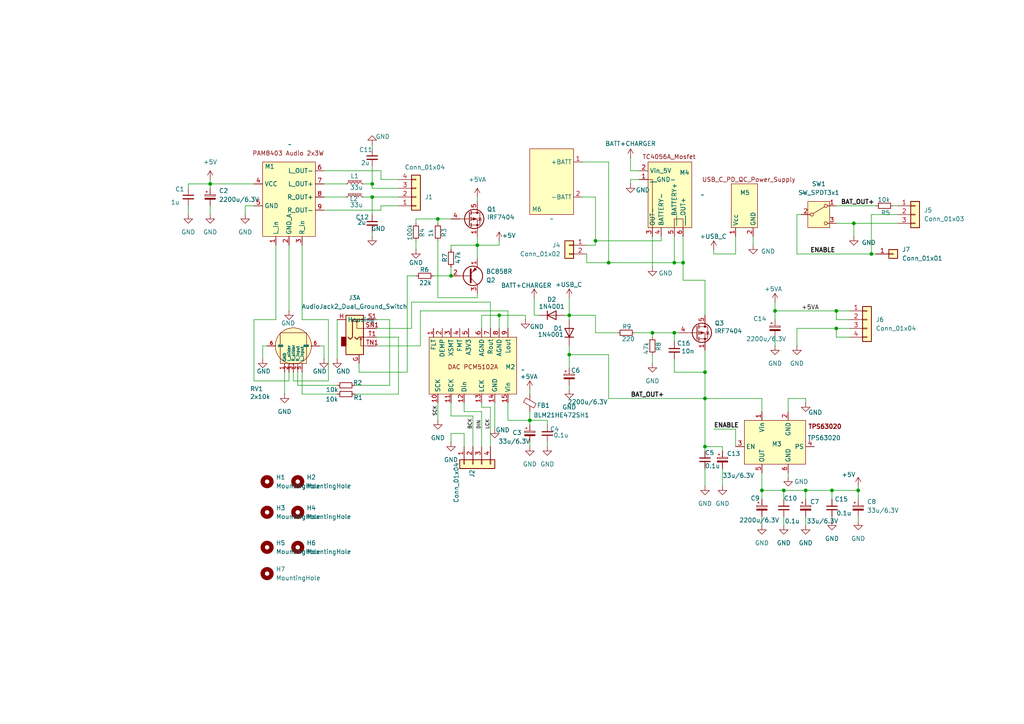
<source format=kicad_sch>
(kicad_sch (version 20250114) (generator "eeschema") (generator_version "9.0")
  (paper "A4")
  (lib_symbols
    (symbol "Connector_Generic:Conn_01x01" (pin_names (offset 1.016) (hide yes))
      (property "Reference" "J" (at 0 2.54 0))
      (property "Value" "Conn_01x01" (at 0 -2.54 0))
      (symbol "Conn_01x01_1_1"
        (pin passive line (at -5.08 0 0) (length 3.81) (name "Pin_1") (number "1"))
      )
    )
    (symbol "Connector_Generic:Conn_01x02" (pin_names (offset 1.016) (hide yes))
      (property "Reference" "J" (at 0 2.54 0))
      (property "Value" "Conn_01x02" (at 0 -5.08 0))
      (symbol "Conn_01x02_1_1"
        (pin passive line (at -5.08 0 0) (length 3.81) (name "Pin_1") (number "1"))
        (pin passive line (at -5.08 -2.54 0) (length 3.81) (name "Pin_2") (number "2"))
      )
    )
    (symbol "Connector_Generic:Conn_01x03" (pin_names (offset 1.016) (hide yes))
      (property "Reference" "J" (at 0 5.08 0))
      (property "Value" "Conn_01x03" (at 0 -5.08 0))
      (symbol "Conn_01x03_1_1"
        (pin passive line (at -5.08 2.54 0) (length 3.81) (name "Pin_1") (number "1"))
        (pin passive line (at -5.08 0 0) (length 3.81) (name "Pin_2") (number "2"))
        (pin passive line (at -5.08 -2.54 0) (length 3.81) (name "Pin_3") (number "3"))
      )
    )
    (symbol "Connector_Generic:Conn_01x04" (pin_names (offset 1.016) (hide yes))
      (property "Reference" "J" (at 0 5.08 0))
      (property "Value" "Conn_01x04" (at 0 -7.62 0))
      (symbol "Conn_01x04_1_1"
        (pin passive line (at -5.08 2.54 0) (length 3.81) (name "Pin_1") (number "1"))
        (pin passive line (at -5.08 0 0) (length 3.81) (name "Pin_2") (number "2"))
        (pin passive line (at -5.08 -2.54 0) (length 3.81) (name "Pin_3") (number "3"))
        (pin passive line (at -5.08 -5.08 0) (length 3.81) (name "Pin_4") (number "4"))
      )
    )
    (symbol "Device:C_Polarized_Small" (pin_numbers (hide yes)) (pin_names (offset 0.254) (hide yes))
      (property "Reference" "C" (at 0.254 1.778 0))
      (property "Value" "C_Polarized_Small" (at 0.254 -2.032 0))
      (symbol "C_Polarized_Small_1_1"
        (pin passive line (at 0 2.54 270) (length 1.8542) (name "~") (number "1"))
        (pin passive line (at 0 -2.54 90) (length 1.8542) (name "~") (number "2"))
      )
    )
    (symbol "Device:C_Small" (pin_numbers (hide yes)) (pin_names (offset 0.254) (hide yes))
      (property "Reference" "C" (at 0.254 1.778 0))
      (property "Value" "C_Small" (at 0.254 -2.032 0))
      (symbol "C_Small_1_1"
        (pin passive line (at 0 2.54 270) (length 2.032) (name "~") (number "1"))
        (pin passive line (at 0 -2.54 90) (length 2.032) (name "~") (number "2"))
      )
    )
    (symbol "Device:FerriteBead_Small" (pin_numbers (hide yes)) (pin_names (offset 0))
      (property "Reference" "FB" (at 1.905 1.27 0))
      (property "Value" "FerriteBead_Small" (at 1.905 -1.27 0))
      (symbol "FerriteBead_Small_1_1"
        (pin passive line (at 0 2.54 270) (length 1.27) (name "~") (number "1"))
        (pin passive line (at 0 -2.54 90) (length 1.27) (name "~") (number "2"))
      )
    )
    (symbol "Device:L_Ferrite_Small" (pin_numbers (hide yes)) (pin_names (offset 0.254) (hide yes))
      (property "Reference" "L" (at 1.27 1.016 0))
      (property "Value" "L_Ferrite_Small" (at 1.27 -1.27 0))
      (symbol "L_Ferrite_Small_1_1"
        (pin passive line (at 0 2.54 270) (length 0.508) (name "~") (number "1"))
        (pin passive line (at 0 -2.54 90) (length 0.508) (name "~") (number "2"))
      )
    )
    (symbol "Device:R_Small" (pin_numbers (hide yes)) (pin_names (offset 0.254) (hide yes))
      (property "Reference" "R" (at 0 0 90))
      (property "Value" "R_Small" (at 1.778 0 90))
      (symbol "R_Small_1_1"
        (pin passive line (at 0 2.54 270) (length 0.762) (name "~") (number "1"))
        (pin passive line (at 0 -2.54 90) (length 0.762) (name "~") (number "2"))
      )
    )
    (symbol "Diode:1N4001" (pin_numbers (hide yes)) (pin_names (hide yes))
      (property "Reference" "D" (at 0 2.54 0))
      (property "Value" "1N4001" (at 0 -2.54 0))
      (symbol "1N4001_1_1"
        (pin passive line (at -3.81 0 0) (length 2.54) (name "K") (number "1"))
        (pin passive line (at 3.81 0 180) (length 2.54) (name "A") (number "2"))
      )
    )
    (symbol "Gniazdo_Jack_3_5mm:AudioJack2_Dual_Ground_Switch"
      (property "Reference" "J" (at 0 11.43 0))
      (property "Value" "AudioJack2_Dual_Ground_Switch" (at 0 8.89 0))
      (symbol "AudioJack2_Dual_Ground_Switch_1_1"
        (pin passive line (at -6.35 5.08 0) (length 2.54) (name "Housing") (number "H"))
        (pin passive line (at 0 -7.62 90) (length 2.54) (name "~") (number "G"))
        (pin passive line (at 5.08 5.08 180) (length 2.54) (name "~") (number "S1"))
        (pin passive line (at 5.08 2.54 180) (length 2.54) (name "~") (number "SN1"))
        (pin passive line (at 5.08 0 180) (length 2.54) (name "~") (number "T1"))
        (pin passive line (at 5.08 -2.54 180) (length 2.54) (name "~") (number "TN1"))
      )
      (symbol "AudioJack2_Dual_Ground_Switch_2_1"
        (pin passive line (at -6.35 5.08 0) (length 2.54) (name "Housing") (number "6-UB"))
        (pin passive line (at 5.08 5.08 180) (length 2.54) (name "~") (number "S2"))
        (pin passive line (at 5.08 2.54 180) (length 2.54) (name "~") (number "SN2"))
        (pin passive line (at 5.08 0 180) (length 2.54) (name "~") (number "T2"))
        (pin passive line (at 5.08 -2.54 180) (length 2.54) (name "~") (number "TN2"))
      )
    )
    (symbol "Mechanical:MountingHole" (pin_names (offset 1.016)) (in_bom no)
      (property "Reference" "H" (at 0 5.08 0))
      (property "Value" "MountingHole" (at 0 3.175 0))
    )
    (symbol "Moduły:DAC_PCM5102"
      (property "Reference" "M2" (at 9.144 -1.778 0))
      (property "Value" "PCM_5102_DAC" (at 10.16 -3.048 0))
      (symbol "DAC_PCM5102_1_1"
        (text "DAC PCM5102A" (at 0 -3.556 0) (effects (font (size 1.27 1.27))))
        (pin input line (at -11.43 7.62 270) (length 2.54) (name "FLT") (number "1"))
        (pin input line (at -10.16 -13.97 90) (length 2.54) (name "SCK") (number "10"))
        (pin input line (at -8.89 7.62 270) (length 2.54) (name "DEMP") (number "2"))
        (pin input line (at -6.35 7.62 270) (length 2.54) (name "XSMT") (number "3"))
        (pin input line (at -6.35 -13.97 90) (length 2.54) (name "BCK") (number "11"))
        (pin input line (at -3.81 7.62 270) (length 2.54) (name "FMT") (number "4"))
        (pin input line (at -2.54 -13.97 90) (length 2.54) (name "Din") (number "12"))
        (pin power_out line (at -1.27 7.62 270) (length 2.54) (name "A3V3") (number "5"))
        (pin power_out line (at 2.54 7.62 270) (length 2.54) (name "AGND") (number "6"))
        (pin input line (at 2.54 -13.97 90) (length 2.54) (name "LCK") (number "13"))
        (pin output line (at 5.08 7.62 270) (length 2.54) (name "Rout") (number "7"))
        (pin power_in line (at 6.35 -13.97 90) (length 2.54) (name "GND") (number "14"))
        (pin power_out line (at 7.62 7.62 270) (length 2.54) (name "AGND") (number "8"))
        (pin output line (at 10.16 7.62 270) (length 2.54) (name "Lout") (number "9"))
        (pin power_in line (at 10.16 -13.97 90) (length 2.54) (name "Vin") (number "15"))
      )
    )
    (symbol "Moduły:PAM8403_Audio_2x3W_"
      (property "Reference" "M1" (at -3.302 8.382 0))
      (property "Value" "PAM8403" (at -3.302 7.366 0))
      (symbol "PAM8403_Audio_2x3W__1_1"
        (text "PAM8403 Audio 2x3W " (at 0.254 12.7 0) (effects (font (size 1.27 1.27))))
        (text_box "" (at -7.62 10.16 0) (size 15.24 -21.59) (margins 1.016 1.016 1.016 1.016) (fill (type background)) (effects (font (size 1.27 1.27)) (justify left top)))
        (pin power_in line (at -10.16 3.81 0) (length 2.54) (name "VCC") (number "4"))
        (pin power_in line (at -10.16 -2.54 0) (length 2.54) (name "GND") (number "5"))
        (pin input line (at -3.81 -13.97 90) (length 2.54) (name "L_in") (number "1"))
        (pin input line (at 0 -13.97 90) (length 2.54) (name "GND_A") (number "2"))
        (pin input line (at 3.81 -13.97 90) (length 2.54) (name "R_in") (number "3"))
        (pin output line (at 10.16 7.62 180) (length 2.54) (name "L_OUT-") (number "6"))
        (pin output line (at 10.16 3.81 180) (length 2.54) (name "L_OUT+") (number "7"))
        (pin output line (at 10.16 0 180) (length 2.54) (name "R_OUT+") (number "8"))
        (pin output line (at 10.16 -3.81 180) (length 2.54) (name "R_OUT-") (number "9"))
      )
    )
    (symbol "Moduły:TC4056A_MosFET"
      (property "Reference" "M5" (at 2.794 12.446 0))
      (property "Value" "TC4056A" (at 3.81 10.922 0))
      (symbol "TC4056A_MosFET_1_1"
        (text "TC4056A_Mosfet" (at -0.254 15.494 0) (effects (font (size 1.27 1.27))))
        (pin power_in line (at -8.89 11.43 0) (length 2.54) (name "Vin_5V") (number "2"))
        (pin power_in line (at -8.89 8.89 0) (length 2.54) (name "__GND-") (number "1"))
        (pin power_in line (at -5.08 -7.62 90) (length 2.54) (name "OUT-") (number "3"))
        (pin power_in line (at -2.54 -7.62 90) (length 2.54) (name "BATTERY-") (number "4"))
        (pin power_out line (at 1.27 -7.62 90) (length 2.54) (name "___BATTERY+") (number "5"))
        (pin power_out line (at 3.81 -7.62 90) (length 2.54) (name "___OUT+") (number "6"))
      )
    )
    (symbol "Moduły:USB_C_PS"
      (property "Reference" "M" (at -1.524 3.302 0))
      (property "Value" "~" (at -0.508 1.27 0))
      (symbol "USB_C_PS_1_1"
        (text "USB_C_PD_QC_Power_Supply" (at 1.27 7.62 0) (effects (font (size 1.27 1.27))))
        (pin power_out line (at -2.54 -8.89 90) (length 2.54) (name "Vcc") (number "1"))
        (pin power_out line (at 2.54 -8.89 90) (length 2.54) (name "GND") (number "2"))
      )
    )
    (symbol "Moduły:Wskaznik_LED_1S_Lipo"
      (property "Reference" "M" (at 0 -0.254 0))
      (symbol "Wskaznik_LED_1S_Lipo_1_1"
        (pin power_in line (at -8.89 5.08 0) (length 2.54) (name "+BATT") (number "1"))
        (pin power_in line (at -8.89 -5.08 0) (length 2.54) (name "-BATT") (number "2"))
      )
    )
    (symbol "Moduły:tps63020_moduł"
      (property "Reference" "M" (at 0 0 0))
      (property "Value" "TPS63020" (at 0 0 0))
      (symbol "tps63020_moduł_1_1"
        (text "TPS63020" (at 14.478 4.572 0) (effects (font (size 1.27 1.27) (thickness 0.254) (bold yes))))
        (pin input line (at -11.43 -1.27 0) (length 2.54) (name "EN") (number "3"))
        (pin power_in line (at -3.81 8.89 270) (length 2.54) (name "Vin") (number "1"))
        (pin power_out line (at -3.81 -8.89 90) (length 2.54) (name "OUT") (number "5"))
        (pin power_in line (at 3.81 8.89 270) (length 2.54) (name "GND") (number "2"))
        (pin power_out line (at 3.81 -8.89 90) (length 2.54) (name "GND") (number "6"))
        (pin input line (at 11.43 -1.27 180) (length 2.54) (name "PS") (number "4"))
      )
    )
    (symbol "Potencjomretry_THT:Potencjometr_podwójny_thumblewheel"
      (property "Reference" "RV" (at 0 2.54 0))
      (symbol "Potencjometr_podwójny_thumblewheel_1_1"
        (pin input line (at -7.62 0 0) (length 2.54) (name "GND") (number "6"))
        (pin input line (at -2.54 -7.62 90) (length 2.54) (name "GND") (number "1"))
        (pin input line (at -1.27 -7.62 90) (length 2.54) (name "L_slider") (number "2"))
        (pin input line (at 0 -7.62 90) (length 2.54) (name "R_slider") (number "3"))
        (pin input line (at 1.27 -7.62 90) (length 2.54) (name "R_input") (number "4"))
        (pin input line (at 2.54 -7.62 90) (length 2.54) (name "L_input") (number "5"))
        (pin input line (at 7.62 0 180) (length 2.54) (name "GND") (number "6"))
      )
    )
    (symbol "Switch:SW_SPDT" (pin_names (offset 0) (hide yes))
      (property "Reference" "SW" (at 0 5.08 0))
      (property "Value" "SW_SPDT" (at 0 -5.08 0))
      (symbol "SW_SPDT_1_1"
        (pin passive line (at -5.08 0 0) (length 2.54) (name "B") (number "2"))
        (pin passive line (at 5.08 2.54 180) (length 2.54) (name "A") (number "1"))
        (pin passive line (at 5.08 -2.54 180) (length 2.54) (name "C") (number "3"))
      )
    )
    (symbol "Transistor_FET:IRF7404" (pin_names (hide yes))
      (property "Reference" "Q" (at 5.08 1.905 0))
      (property "Value" "IRF7404" (at 5.08 0 0))
      (symbol "IRF7404_1_1"
        (pin passive line (at -5.08 0 0) (length 2.54) (name "G") (number "4"))
        (pin passive line (at 2.54 5.08 270) (length 2.54) (name "D") (number "5"))
        (pin passive line (at 2.54 5.08 270) (length 2.54) (hide yes) (name "D") (number "6"))
        (pin passive line (at 2.54 5.08 270) (length 2.54) (hide yes) (name "D") (number "7"))
        (pin passive line (at 2.54 5.08 270) (length 2.54) (hide yes) (name "D") (number "8"))
        (pin passive line (at 2.54 -5.08 90) (length 2.54) (name "S") (number "1"))
        (pin passive line (at 2.54 -5.08 90) (length 2.54) (hide yes) (name "S") (number "2"))
        (pin passive line (at 2.54 -5.08 90) (length 2.54) (hide yes) (name "S") (number "3"))
      )
    )
    (symbol "Tranzysory_BJT:BC858R" (pin_names (offset 0) (hide yes))
      (property "Reference" "Q" (at 5.08 1.27 0))
      (property "Value" "BC858R" (at 5.08 -1.27 0))
      (symbol "BC858R_1_1"
        (pin input line (at -5.08 0 0) (length 2.54) (name "B") (number "2"))
        (pin passive line (at 2.54 5.08 270) (length 2.54) (name "C") (number "3"))
        (pin passive line (at 2.54 -5.08 90) (length 2.54) (name "E") (number "1"))
      )
    )
    (symbol "power:+5V" (power) (pin_numbers (hide yes)) (pin_names (offset 0) (hide yes))
      (property "Value" "+5V" (at 0 3.556 0))
      (symbol "+5V_1_1"
        (pin power_in line (at 0 0 90) (length 0) (name "~") (number "1"))
      )
    )
    (symbol "power:+5VA" (power) (pin_numbers (hide yes)) (pin_names (offset 0) (hide yes))
      (property "Value" "+5VA" (at 0 3.556 0))
      (symbol "+5VA_1_1"
        (pin power_in line (at 0 0 90) (length 0) (name "~") (number "1"))
      )
    )
    (symbol "power:+7.5V" (power) (pin_numbers (hide yes)) (pin_names (offset 0) (hide yes))
      (property "Value" "+7.5V" (at 0 3.556 0))
      (symbol "+7.5V_1_1"
        (pin power_in line (at 0 0 90) (length 0) (name "~") (number "1"))
      )
    )
    (symbol "power:GND" (power) (pin_numbers (hide yes)) (pin_names (offset 0) (hide yes))
      (property "Value" "GND" (at 0 -3.81 0))
      (symbol "GND_1_1"
        (pin power_in line (at 0 0 270) (length 0) (name "~") (number "1"))
      )
    )
  )
  (junction (at 252.73 73.66))
  (junction (at 227.33 142.24))
  (junction (at 247.65 64.77))
  (junction (at 107.95 57.15))
  (junction (at 204.47 129.54))
  (junction (at 224.79 90.17))
  (junction (at 153.67 121.92))
  (junction (at 172.72 69.85))
  (junction (at 195.58 96.52))
  (junction (at 60.96 53.34))
  (junction (at 220.98 142.24))
  (junction (at 204.47 107.95))
  (junction (at 233.68 142.24))
  (junction (at 242.57 90.17))
  (junction (at 189.23 96.52))
  (junction (at 248.92 142.24))
  (junction (at 204.47 115.57))
  (junction (at 127 63.5))
  (junction (at 195.58 76.2))
  (junction (at 241.3 142.24))
  (junction (at 107.95 53.34))
  (junction (at 176.53 76.2))
  (junction (at 165.1 91.44))
  (junction (at 144.78 91.44))
  (junction (at 165.1 102.87))
  (junction (at 198.12 76.2))
  (junction (at 130.81 80.01))
  (junction (at 138.43 71.12))
  (junction (at 242.57 95.25))
  (wire (pts (xy 119.38 87.63) (xy 119.38 95.25)))
  (wire (pts (xy 233.68 149.86) (xy 233.68 152.4)))
  (wire (pts (xy 115.57 114.3) (xy 115.57 97.79)))
  (wire (pts (xy 153.67 121.92) (xy 153.67 123.19)))
  (wire (pts (xy 134.62 119.38) (xy 139.7 119.38)))
  (wire (pts (xy 213.36 68.58) (xy 213.36 73.66)))
  (wire (pts (xy 130.81 72.39) (xy 130.81 71.12)))
  (wire (pts (xy 83.82 71.12) (xy 83.82 90.17)))
  (wire (pts (xy 134.62 125.73) (xy 130.81 125.73)))
  (wire (pts (xy 176.53 102.87) (xy 165.1 102.87)))
  (wire (pts (xy 87.63 114.3) (xy 87.63 107.95)))
  (wire (pts (xy 137.16 120.65) (xy 137.16 129.54)))
  (wire (pts (xy 153.67 113.03) (xy 153.67 114.3)))
  (wire (pts (xy 95.25 92.71) (xy 95.25 110.49)))
  (wire (pts (xy 172.72 96.52) (xy 172.72 91.44)))
  (wire (pts (xy 153.67 119.38) (xy 153.67 121.92)))
  (wire (pts (xy 231.14 62.23) (xy 232.41 62.23)))
  (wire (pts (xy 231.14 95.25) (xy 231.14 100.33)))
  (wire (pts (xy 105.41 53.34) (xy 107.95 53.34)))
  (wire (pts (xy 107.95 57.15) (xy 115.57 57.15)))
  (wire (pts (xy 144.78 71.12) (xy 138.43 71.12)))
  (wire (pts (xy 198.12 76.2) (xy 198.12 81.28)))
  (wire (pts (xy 195.58 107.95) (xy 204.47 107.95)))
  (wire (pts (xy 139.7 95.25) (xy 139.7 91.44)))
  (wire (pts (xy 176.53 46.99) (xy 176.53 76.2)))
  (wire (pts (xy 191.77 69.85) (xy 191.77 68.58)))
  (wire (pts (xy 260.35 62.23) (xy 252.73 62.23)))
  (wire (pts (xy 246.38 92.71) (xy 242.57 92.71)))
  (wire (pts (xy 86.36 111.76) (xy 86.36 107.95)))
  (wire (pts (xy 182.88 49.53) (xy 182.88 45.72)))
  (wire (pts (xy 76.2 100.33) (xy 76.2 104.14)))
  (wire (pts (xy 204.47 81.28) (xy 204.47 91.44)))
  (wire (pts (xy 127 63.5) (xy 127 64.77)))
  (wire (pts (xy 207.01 124.46) (xy 213.36 124.46)))
  (wire (pts (xy 54.61 53.34) (xy 60.96 53.34)))
  (wire (pts (xy 109.22 100.33) (xy 121.92 100.33)))
  (wire (pts (xy 82.55 107.95) (xy 82.55 114.3)))
  (wire (pts (xy 204.47 101.6) (xy 204.47 107.95)))
  (wire (pts (xy 119.38 87.63) (xy 142.24 87.63)))
  (wire (pts (xy 233.68 115.57) (xy 233.68 116.84)))
  (wire (pts (xy 204.47 107.95) (xy 204.47 115.57)))
  (wire (pts (xy 139.7 91.44) (xy 144.78 91.44)))
  (wire (pts (xy 147.32 121.92) (xy 147.32 116.84)))
  (wire (pts (xy 198.12 68.58) (xy 198.12 76.2)))
  (wire (pts (xy 92.71 100.33) (xy 93.98 100.33)))
  (wire (pts (xy 97.79 92.71) (xy 97.79 104.14)))
  (wire (pts (xy 204.47 130.81) (xy 204.47 129.54)))
  (wire (pts (xy 60.96 53.34) (xy 73.66 53.34)))
  (wire (pts (xy 242.57 97.79) (xy 242.57 95.25)))
  (wire (pts (xy 182.88 49.53) (xy 185.42 49.53)))
  (wire (pts (xy 93.98 49.53) (xy 110.49 49.53)))
  (wire (pts (xy 176.53 115.57) (xy 176.53 102.87)))
  (wire (pts (xy 85.09 110.49) (xy 95.25 110.49)))
  (wire (pts (xy 121.92 90.17) (xy 147.32 90.17)))
  (wire (pts (xy 195.58 76.2) (xy 198.12 76.2)))
  (wire (pts (xy 86.36 111.76) (xy 97.79 111.76)))
  (wire (pts (xy 252.73 62.23) (xy 252.73 73.66)))
  (wire (pts (xy 118.11 80.01) (xy 118.11 107.95)))
  (wire (pts (xy 207.01 73.66) (xy 213.36 73.66)))
  (wire (pts (xy 233.68 142.24) (xy 241.3 142.24)))
  (wire (pts (xy 130.81 63.5) (xy 127 63.5)))
  (wire (pts (xy 138.43 86.36) (xy 127 86.36)))
  (wire (pts (xy 227.33 149.86) (xy 227.33 152.4)))
  (wire (pts (xy 110.49 49.53) (xy 110.49 52.07)))
  (wire (pts (xy 248.92 149.86) (xy 248.92 151.13)))
  (wire (pts (xy 228.6 119.38) (xy 228.6 115.57)))
  (wire (pts (xy 87.63 92.71) (xy 95.25 92.71)))
  (wire (pts (xy 224.79 87.63) (xy 224.79 90.17)))
  (wire (pts (xy 153.67 121.92) (xy 147.32 121.92)))
  (wire (pts (xy 247.65 64.77) (xy 260.35 64.77)))
  (wire (pts (xy 252.73 73.66) (xy 254 73.66)))
  (wire (pts (xy 172.72 57.15) (xy 172.72 69.85)))
  (wire (pts (xy 109.22 97.79) (xy 115.57 97.79)))
  (wire (pts (xy 158.75 121.92) (xy 158.75 123.19)))
  (wire (pts (xy 179.07 96.52) (xy 172.72 96.52)))
  (wire (pts (xy 144.78 91.44) (xy 152.4 91.44)))
  (wire (pts (xy 227.33 142.24) (xy 227.33 144.78)))
  (wire (pts (xy 93.98 57.15) (xy 100.33 57.15)))
  (wire (pts (xy 60.96 59.69) (xy 60.96 62.23)))
  (wire (pts (xy 113.03 92.71) (xy 113.03 111.76)))
  (wire (pts (xy 139.7 119.38) (xy 139.7 129.54)))
  (wire (pts (xy 107.95 54.61) (xy 115.57 54.61)))
  (wire (pts (xy 195.58 104.14) (xy 195.58 107.95)))
  (wire (pts (xy 93.98 100.33) (xy 93.98 104.14)))
  (wire (pts (xy 144.78 95.25) (xy 144.78 91.44)))
  (wire (pts (xy 85.09 107.95) (xy 85.09 110.49)))
  (wire (pts (xy 233.68 142.24) (xy 233.68 144.78)))
  (wire (pts (xy 163.83 91.44) (xy 165.1 91.44)))
  (wire (pts (xy 224.79 100.33) (xy 224.79 97.79)))
  (wire (pts (xy 241.3 144.78) (xy 241.3 142.24)))
  (wire (pts (xy 130.81 120.65) (xy 137.16 120.65)))
  (wire (pts (xy 176.53 76.2) (xy 195.58 76.2)))
  (wire (pts (xy 182.88 52.07) (xy 182.88 53.34)))
  (wire (pts (xy 109.22 92.71) (xy 113.03 92.71)))
  (wire (pts (xy 231.14 95.25) (xy 242.57 95.25)))
  (wire (pts (xy 246.38 97.79) (xy 242.57 97.79)))
  (wire (pts (xy 110.49 60.96) (xy 110.49 59.69)))
  (wire (pts (xy 242.57 90.17) (xy 246.38 90.17)))
  (wire (pts (xy 204.47 115.57) (xy 204.47 129.54)))
  (wire (pts (xy 104.14 107.95) (xy 104.14 105.41)))
  (wire (pts (xy 130.81 116.84) (xy 130.81 120.65)))
  (wire (pts (xy 127 69.85) (xy 127 86.36)))
  (wire (pts (xy 93.98 53.34) (xy 100.33 53.34)))
  (wire (pts (xy 168.91 46.99) (xy 176.53 46.99)))
  (wire (pts (xy 204.47 135.89) (xy 204.47 140.97)))
  (wire (pts (xy 105.41 57.15) (xy 107.95 57.15)))
  (wire (pts (xy 228.6 115.57) (xy 233.68 115.57)))
  (wire (pts (xy 189.23 68.58) (xy 189.23 77.47)))
  (wire (pts (xy 73.66 92.71) (xy 80.01 92.71)))
  (wire (pts (xy 118.11 107.95) (xy 104.14 107.95)))
  (wire (pts (xy 120.65 80.01) (xy 118.11 80.01)))
  (wire (pts (xy 231.14 73.66) (xy 252.73 73.66)))
  (wire (pts (xy 165.1 100.33) (xy 165.1 102.87)))
  (wire (pts (xy 152.4 91.44) (xy 152.4 92.71)))
  (wire (pts (xy 120.65 63.5) (xy 127 63.5)))
  (wire (pts (xy 209.55 130.81) (xy 209.55 129.54)))
  (wire (pts (xy 60.96 52.07) (xy 60.96 53.34)))
  (wire (pts (xy 138.43 57.15) (xy 138.43 58.42)))
  (wire (pts (xy 204.47 115.57) (xy 220.98 115.57)))
  (wire (pts (xy 110.49 59.69) (xy 115.57 59.69)))
  (wire (pts (xy 170.18 76.2) (xy 170.18 73.66)))
  (wire (pts (xy 170.18 76.2) (xy 176.53 76.2)))
  (wire (pts (xy 242.57 95.25) (xy 246.38 95.25)))
  (wire (pts (xy 247.65 64.77) (xy 242.57 64.77)))
  (wire (pts (xy 138.43 71.12) (xy 138.43 68.58)))
  (wire (pts (xy 165.1 86.36) (xy 165.1 91.44)))
  (wire (pts (xy 242.57 92.71) (xy 242.57 90.17)))
  (wire (pts (xy 87.63 114.3) (xy 97.79 114.3)))
  (wire (pts (xy 242.57 59.69) (xy 254 59.69)))
  (wire (pts (xy 220.98 119.38) (xy 220.98 115.57)))
  (wire (pts (xy 54.61 54.61) (xy 54.61 53.34)))
  (wire (pts (xy 259.08 59.69) (xy 260.35 59.69)))
  (wire (pts (xy 220.98 149.86) (xy 220.98 152.4)))
  (wire (pts (xy 209.55 135.89) (xy 209.55 140.97)))
  (wire (pts (xy 144.78 69.85) (xy 144.78 71.12)))
  (wire (pts (xy 227.33 142.24) (xy 233.68 142.24)))
  (wire (pts (xy 143.51 116.84) (xy 143.51 124.46)))
  (wire (pts (xy 142.24 87.63) (xy 142.24 95.25)))
  (wire (pts (xy 130.81 77.47) (xy 130.81 80.01)))
  (wire (pts (xy 147.32 90.17) (xy 147.32 95.25)))
  (wire (pts (xy 107.95 57.15) (xy 107.95 62.23)))
  (wire (pts (xy 241.3 149.86) (xy 241.3 151.13)))
  (wire (pts (xy 107.95 53.34) (xy 107.95 54.61)))
  (wire (pts (xy 220.98 142.24) (xy 227.33 142.24)))
  (wire (pts (xy 107.95 48.26) (xy 107.95 53.34)))
  (wire (pts (xy 158.75 121.92) (xy 153.67 121.92)))
  (wire (pts (xy 154.94 91.44) (xy 156.21 91.44)))
  (wire (pts (xy 130.81 71.12) (xy 138.43 71.12)))
  (wire (pts (xy 220.98 142.24) (xy 220.98 144.78)))
  (wire (pts (xy 121.92 100.33) (xy 121.92 90.17)))
  (wire (pts (xy 83.82 110.49) (xy 73.66 110.49)))
  (wire (pts (xy 189.23 96.52) (xy 189.23 97.79)))
  (wire (pts (xy 154.94 86.36) (xy 154.94 91.44)))
  (wire (pts (xy 138.43 85.09) (xy 138.43 86.36)))
  (wire (pts (xy 168.91 57.15) (xy 172.72 57.15)))
  (wire (pts (xy 165.1 102.87) (xy 165.1 106.68)))
  (wire (pts (xy 134.62 119.38) (xy 134.62 116.84)))
  (wire (pts (xy 224.79 90.17) (xy 242.57 90.17)))
  (wire (pts (xy 184.15 96.52) (xy 189.23 96.52)))
  (wire (pts (xy 158.75 128.27) (xy 158.75 129.54)))
  (wire (pts (xy 102.87 111.76) (xy 113.03 111.76)))
  (wire (pts (xy 176.53 115.57) (xy 204.47 115.57)))
  (wire (pts (xy 120.65 69.85) (xy 120.65 72.39)))
  (wire (pts (xy 213.36 129.54) (xy 213.36 124.46)))
  (wire (pts (xy 207.01 72.39) (xy 207.01 73.66)))
  (wire (pts (xy 172.72 69.85) (xy 191.77 69.85)))
  (wire (pts (xy 87.63 71.12) (xy 87.63 92.71)))
  (wire (pts (xy 71.12 59.69) (xy 71.12 62.23)))
  (wire (pts (xy 172.72 91.44) (xy 165.1 91.44)))
  (wire (pts (xy 224.79 90.17) (xy 224.79 92.71)))
  (wire (pts (xy 220.98 137.16) (xy 220.98 142.24)))
  (wire (pts (xy 109.22 95.25) (xy 119.38 95.25)))
  (wire (pts (xy 209.55 129.54) (xy 204.47 129.54)))
  (wire (pts (xy 218.44 68.58) (xy 218.44 71.12)))
  (wire (pts (xy 125.73 80.01) (xy 130.81 80.01)))
  (wire (pts (xy 142.24 118.11) (xy 142.24 129.54)))
  (wire (pts (xy 170.18 71.12) (xy 172.72 71.12)))
  (wire (pts (xy 102.87 114.3) (xy 115.57 114.3)))
  (wire (pts (xy 195.58 96.52) (xy 196.85 96.52)))
  (wire (pts (xy 139.7 116.84) (xy 139.7 118.11)))
  (wire (pts (xy 195.58 76.2) (xy 195.58 68.58)))
  (wire (pts (xy 107.95 41.91) (xy 107.95 43.18)))
  (wire (pts (xy 231.14 73.66) (xy 231.14 62.23)))
  (wire (pts (xy 73.66 110.49) (xy 73.66 92.71)))
  (wire (pts (xy 139.7 118.11) (xy 142.24 118.11)))
  (wire (pts (xy 165.1 111.76) (xy 165.1 113.03)))
  (wire (pts (xy 195.58 96.52) (xy 195.58 99.06)))
  (wire (pts (xy 247.65 68.58) (xy 247.65 64.77)))
  (wire (pts (xy 120.65 64.77) (xy 120.65 63.5)))
  (wire (pts (xy 189.23 102.87) (xy 189.23 105.41)))
  (wire (pts (xy 182.88 52.07) (xy 185.42 52.07)))
  (wire (pts (xy 248.92 142.24) (xy 241.3 142.24)))
  (wire (pts (xy 248.92 144.78) (xy 248.92 142.24)))
  (wire (pts (xy 134.62 129.54) (xy 134.62 125.73)))
  (wire (pts (xy 83.82 107.95) (xy 83.82 110.49)))
  (wire (pts (xy 204.47 81.28) (xy 198.12 81.28)))
  (wire (pts (xy 110.49 52.07) (xy 115.57 52.07)))
  (wire (pts (xy 138.43 71.12) (xy 138.43 74.93)))
  (wire (pts (xy 127 116.84) (xy 127 121.92)))
  (wire (pts (xy 80.01 71.12) (xy 80.01 92.71)))
  (wire (pts (xy 228.6 137.16) (xy 228.6 138.43)))
  (wire (pts (xy 54.61 59.69) (xy 54.61 62.23)))
  (wire (pts (xy 153.67 128.27) (xy 153.67 129.54)))
  (wire (pts (xy 248.92 140.97) (xy 248.92 142.24)))
  (wire (pts (xy 93.98 60.96) (xy 110.49 60.96)))
  (wire (pts (xy 189.23 96.52) (xy 195.58 96.52)))
  (wire (pts (xy 107.95 67.31) (xy 107.95 68.58)))
  (wire (pts (xy 165.1 91.44) (xy 165.1 92.71)))
  (wire (pts (xy 60.96 53.34) (xy 60.96 54.61)))
  (wire (pts (xy 73.66 59.69) (xy 71.12 59.69)))
  (wire (pts (xy 130.81 125.73) (xy 130.81 128.27)))
  (wire (pts (xy 77.47 100.33) (xy 76.2 100.33)))
  (wire (pts (xy 172.72 71.12) (xy 172.72 69.85)))
  (label "BAT_OUT+" (at 182.88 115.57 0) (effects (font (thickness 0.254) (bold yes))))
  (label "ENABLE" (at 234.95 73.66 0) (effects (font (thickness 0.254) (bold yes))))
  (label "SCK" (at 127 120.65 90) (effects (font (size 1 1))))
  (label "BCK" (at 137.16 124.46 90) (effects (font (size 1 1))))
  (label "BAT_OUT+" (at 243.84 59.69 0) (effects (font (thickness 0.254) (bold yes))))
  (label "DIN" (at 139.7 124.46 90) (effects (font (size 1 1))))
  (label "ENABLE" (at 207.01 124.46 0) (effects (font (thickness 0.254) (bold yes))))
  (label "LCK" (at 142.24 124.46 90) (effects (font (size 1 1))))
  (label "+5VA" (at 232.41 90.17 0))
  (symbol (lib_id "power:GND") (at 54.61 62.23 0) (unit 1)
    (property "Reference" "#PWR1" (effects (hide yes)))
    (property "Value" "GND" (at 54.61 67.31 0))
    (property "Description" "Power symbol creates a global label with name \"GND\" , ground" (effects (hide yes)))
  )
  (symbol (lib_id "Device:C_Small") (at 195.58 101.6 0) (unit 1)
    (property "Reference" "C16" (at 196.342 99.568 0) (effects (justify left)))
    (property "Value" "10n" (at 197.612 101.854 0) (effects (justify left)))
    (property "Footprint" "Capacitor_SMD:C_1206_3216Metric_Pad1.33x1.80mm_HandSolder" (effects (hide yes)))
    (property "Description" "Unpolarized capacitor, small symbol" (effects (hide yes)))
  )
  (symbol (lib_id "Mechanical:MountingHole") (at 77.47 158.75 0) (unit 1) (in_bom no)
    (property "Reference" "H5" (at 80.01 157.4799 0) (effects (justify left)))
    (property "Value" "MountingHole" (at 80.01 160.0199 0) (effects (justify left)))
    (property "Footprint" "MountingHole:MountingHole_2.5mm" (effects (hide yes)))
    (property "Description" "Mounting Hole without connection" (effects (hide yes)))
  )
  (symbol (lib_id "Device:R_Small") (at 127 67.31 180) (unit 1)
    (property "Reference" "R3" (at 128.778 68.834 90) (effects (justify right)))
    (property "Value" "1k" (at 124.968 68.834 90) (effects (justify right)))
    (property "Footprint" "Resistor_SMD:R_1206_3216Metric" (effects (hide yes)))
    (property "Description" "Resistor, small symbol" (effects (hide yes)))
  )
  (symbol (lib_id "Device:R_Small") (at 256.54 59.69 90) (unit 1)
    (property "Reference" "R5" (at 255.524 61.722 90) (effects (justify right)))
    (property "Value" "10k" (at 254.508 57.912 90) (effects (justify right)))
    (property "Footprint" "Resistor_SMD:R_0805_2012Metric_Pad1.20x1.40mm_HandSolder" (effects (hide yes)))
    (property "Description" "Resistor, small symbol" (effects (hide yes)))
  )
  (symbol (lib_id "Device:C_Polarized_Small") (at 248.92 147.32 0) (unit 1)
    (property "Reference" "C8" (at 251.46 145.5038 0) (effects (justify left)))
    (property "Value" "33u/6.3V" (at 251.46 148.0438 0) (effects (justify left)))
    (property "Footprint" "Capacitor_THT:CP_Radial_Tantal_D5.0mm_P2.50mm" (effects (hide yes)))
    (property "Description" "Polarized capacitor, small symbol" (effects (hide yes)))
  )
  (symbol (lib_id "Device:C_Small") (at 54.61 57.15 0) (unit 1)
    (property "Reference" "C1" (at 50.8 54.864 0) (effects (justify left)))
    (property "Value" "1u" (at 49.53 58.674 0) (effects (justify left)))
    (property "Footprint" "Capacitor_SMD:C_1206_3216Metric_Pad1.33x1.80mm_HandSolder" (effects (hide yes)))
    (property "Description" "Unpolarized capacitor, small symbol" (effects (hide yes)))
  )
  (symbol (lib_id "Device:C_Polarized_Small") (at 220.98 147.32 0) (unit 1)
    (property "Reference" "C9" (at 217.678 144.526 0) (effects (justify left)))
    (property "Value" "2200u/6.3V" (at 214.376 150.876 0) (effects (justify left)))
    (property "Footprint" "Kondensatory_elektrolityczne:2200u_6.3V" (effects (hide yes)))
    (property "Description" "Polarized capacitor, small symbol" (effects (hide yes)))
  )
  (symbol (lib_id "Mechanical:MountingHole") (at 86.36 158.75 0) (unit 1) (in_bom no)
    (property "Reference" "H6" (at 88.9 157.4799 0) (effects (justify left)))
    (property "Value" "MountingHole" (at 88.9 160.0199 0) (effects (justify left)))
    (property "Footprint" "MountingHole:MountingHole_2.5mm" (effects (hide yes)))
    (property "Description" "Mounting Hole without connection" (effects (hide yes)))
  )
  (symbol (lib_id "Device:C_Polarized_Small") (at 224.79 95.25 0) (unit 1)
    (property "Reference" "C14" (at 218.44 92.456 0) (effects (justify left)))
    (property "Value" "2200u/6.3V" (at 216.408 98.298 0) (effects (justify left)))
    (property "Footprint" "Kondensatory_elektrolityczne:2200u_6.3V" (effects (hide yes)))
    (property "Description" "Polarized capacitor, small symbol" (effects (hide yes)))
  )
  (symbol (lib_id "Diode:1N4001") (at 160.02 91.44 0) (unit 1)
    (property "Reference" "D2" (at 160.02 86.868 0))
    (property "Value" "1N4001" (at 160.02 88.9 0))
    (property "Footprint" "Diode_THT:D_DO-41_SOD81_P10.16mm_Horizontal" (effects (hide yes)))
    (property "Datasheet" "http://www.vishay.com/docs/88503/1n4001.pdf" (effects (hide yes)))
    (property "Description" "50V 1A General Purpose Rectifier Diode, DO-41" (effects (hide yes)))
    (property "Sim.Device" "D" (effects (hide yes)))
    (property "Sim.Pins" "1=K 2=A" (effects (hide yes)))
  )
  (symbol (lib_id "Device:C_Small") (at 158.75 125.73 0) (unit 1)
    (property "Reference" "C4" (at 159.512 124.46 0) (effects (justify left)))
    (property "Value" "0.1u" (at 160.528 126.238 0) (effects (justify left)))
    (property "Footprint" "Capacitor_SMD:C_1206_3216Metric_Pad1.33x1.80mm_HandSolder" (effects (hide yes)))
    (property "Description" "Unpolarized capacitor, small symbol" (effects (hide yes)))
  )
  (symbol (lib_id "power:GND") (at 158.75 129.54 0) (unit 1)
    (property "Reference" "#PWR12" (effects (hide yes)))
    (property "Value" "GND" (at 158.75 134.62 0))
    (property "Description" "Power symbol creates a global label with name \"GND\" , ground" (effects (hide yes)))
  )
  (symbol (lib_id "Connector_Generic:Conn_01x01") (at 259.08 73.66 0) (unit 1)
    (property "Reference" "J7" (at 261.62 72.3899 0) (effects (justify left)))
    (property "Value" "Conn_01x01" (at 261.62 74.9299 0) (effects (justify left)))
    (property "Footprint" "Connector_Wire:SolderWire-0.5sqmm_1x01_D0.9mm_OD2.1mm" (effects (hide yes)))
    (property "Description" "Generic connector, single row, 01x01, script generated (kicad-library-utils/schlib/autogen/connector/)" (effects (hide yes)))
  )
  (symbol (lib_id "Connector_Generic:Conn_01x03") (at 265.43 62.23 0) (unit 1)
    (property "Reference" "J5" (at 267.97 60.9599 0) (effects (justify left)))
    (property "Value" "Conn_01x03" (at 267.97 63.4999 0) (effects (justify left)))
    (property "Footprint" "Connector_JST:JST_PH_B3B-PH-K_1x03_P2.00mm_Vertical" (effects (hide yes)))
    (property "Description" "Generic connector, single row, 01x03, script generated (kicad-library-utils/schlib/autogen/connector/)" (effects (hide yes)))
  )
  (symbol (lib_id "power:GND") (at 204.47 140.97 0) (unit 1)
    (property "Reference" "#PWR13" (effects (hide yes)))
    (property "Value" "GND" (at 204.47 146.05 0))
    (property "Description" "Power symbol creates a global label with name \"GND\" , ground" (effects (hide yes)))
  )
  (symbol (lib_id "Mechanical:MountingHole") (at 77.47 166.37 0) (unit 1) (in_bom no)
    (property "Reference" "H7" (at 80.01 165.0999 0) (effects (justify left)))
    (property "Value" "MountingHole" (at 80.01 167.6399 0) (effects (justify left)))
    (property "Footprint" "MountingHole:MountingHole_2.5mm" (effects (hide yes)))
    (property "Description" "Mounting Hole without connection" (effects (hide yes)))
  )
  (symbol (lib_id "power:+5VA") (at 138.43 57.15 0) (unit 1)
    (property "Reference" "#PWR10" (effects (hide yes)))
    (property "Value" "+5VA" (at 138.43 52.07 0))
    (property "Description" "Power symbol creates a global label with name \"+5VA\"" (effects (hide yes)))
  )
  (symbol (lib_id "power:GND") (at 228.6 138.43 0) (unit 1)
    (property "Reference" "#PWR15" (effects (hide yes)))
    (property "Value" "GND" (at 232.41 139.7 0))
    (property "Description" "Power symbol creates a global label with name \"GND\" , ground" (effects (hide yes)))
  )
  (symbol (lib_id "power:GND") (at 233.68 116.84 0) (unit 1)
    (property "Reference" "#PWR20" (effects (hide yes)))
    (property "Value" "GND" (at 236.474 119.634 0))
    (property "Description" "Power symbol creates a global label with name \"GND\" , ground" (effects (hide yes)))
  )
  (symbol (lib_id "Device:C_Polarized_Small") (at 209.55 133.35 0) (unit 1)
    (property "Reference" "C13" (at 210.82 131.572 0) (effects (justify left)))
    (property "Value" "33u/6.3V" (at 209.55 137.922 0) (effects (justify left)))
    (property "Footprint" "Capacitor_THT:CP_Radial_Tantal_D5.0mm_P2.50mm" (effects (hide yes)))
    (property "Description" "Polarized capacitor, small symbol" (effects (hide yes)))
  )
  (symbol (lib_id "Device:C_Small") (at 107.95 64.77 0) (unit 1)
    (property "Reference" "C12" (at 103.124 62.992 0) (effects (justify left)))
    (property "Value" "2u" (at 103.632 64.516 0) (effects (justify left)))
    (property "Footprint" "Capacitor_SMD:C_1206_3216Metric_Pad1.33x1.80mm_HandSolder" (effects (hide yes)))
    (property "Description" "Unpolarized capacitor, small symbol" (effects (hide yes)))
  )
  (symbol (lib_id "Tranzysory_BJT:BC858R") (at 135.89 80.01 0) (mirror x) (unit 1)
    (property "Reference" "Q2" (at 140.97 81.2801 0) (effects (justify left)))
    (property "Value" "BC858R" (at 140.97 78.7401 0) (effects (justify left)))
    (property "Footprint" "Package_TO_SOT_SMD:SOT-23" (effects (hide yes)))
    (property "Description" "PNP transistor, base/emitter/collector" (effects (hide yes)))
  )
  (symbol (lib_id "power:GND") (at 82.55 114.3 0) (unit 1)
    (property "Reference" "#PWR6" (effects (hide yes)))
    (property "Value" "GND" (at 82.55 119.38 0))
    (property "Description" "Power symbol creates a global label with name \"GND\" , ground" (effects (hide yes)))
  )
  (symbol (lib_id "power:GND") (at 143.51 124.46 0) (unit 1)
    (property "Reference" "#PWR8" (effects (hide yes)))
    (property "Value" "GND" (at 145.796 124.714 0))
    (property "Description" "Power symbol creates a global label with name \"GND\" , ground" (effects (hide yes)))
  )
  (symbol (lib_id "Mechanical:MountingHole") (at 86.36 148.59 0) (unit 1) (in_bom no)
    (property "Reference" "H4" (at 88.9 147.3199 0) (effects (justify left)))
    (property "Value" "MountingHole" (at 88.9 149.8599 0) (effects (justify left)))
    (property "Footprint" "MountingHole:MountingHole_2.5mm" (effects (hide yes)))
    (property "Description" "Mounting Hole without connection" (effects (hide yes)))
  )
  (symbol (lib_id "Gniazdo_Jack_3_5mm:AudioJack2_Dual_Ground_Switch") (at 104.14 97.79 0) (unit 1)
    (property "Reference" "J3" (at 102.8065 86.36 0))
    (property "Value" "AudioJack2_Dual_Ground_Switch" (at 102.8065 88.9 0))
    (property "Footprint" "Gniazdo_jack:Jack_3.5mm_PJ31060-I_Horizontal" (effects (hide yes)))
    (property "Description" "Audio Jack, Dual, 2 Poles (Mono / TS), Grounded Sleeve, Switched Pole (Normalling)" (effects (hide yes)))
  )
  (symbol (lib_id "Moduły:PAM8403_Audio_2x3W_") (at 83.82 57.15 0) (unit 1)
    (property "Reference" "M1" (at 78.232 48.26 0))
    (property "Value" "~" (at 84.074 41.91 0))
    (property "Footprint" "Moduły:PAM8403_Audio_2x3W_" (effects (hide yes)))
  )
  (symbol (lib_id "power:GND") (at 153.67 129.54 0) (unit 1)
    (property "Reference" "#PWR11" (effects (hide yes)))
    (property "Value" "GND" (at 153.67 134.62 0))
    (property "Description" "Power symbol creates a global label with name \"GND\" , ground" (effects (hide yes)))
  )
  (symbol (lib_id "Device:R_Small") (at 181.61 96.52 270) (unit 1)
    (property "Reference" "R9" (at 183.134 94.742 90) (effects (justify right)))
    (property "Value" "220" (at 184.15 98.298 90) (effects (justify right)))
    (property "Footprint" "Resistor_SMD:R_1206_3216Metric" (effects (hide yes)))
    (property "Description" "Resistor, small symbol" (effects (hide yes)))
  )
  (symbol (lib_id "power:GND") (at 182.88 53.34 0) (unit 1)
    (property "Reference" "#PWR17" (effects (hide yes)))
    (property "Value" "GND" (at 186.436 55.118 0))
    (property "Description" "Power symbol creates a global label with name \"GND\" , ground" (effects (hide yes)))
  )
  (symbol (lib_id "power:GND") (at 93.98 104.14 0) (unit 1)
    (property "Reference" "#PWR35" (effects (hide yes)))
    (property "Value" "GND" (at 92.71 107.696 0))
    (property "Description" "Power symbol creates a global label with name \"GND\" , ground" (effects (hide yes)))
  )
  (symbol (lib_id "power:GND") (at 130.81 128.27 0) (unit 1)
    (property "Reference" "#PWR41" (effects (hide yes)))
    (property "Value" "GND" (at 130.81 133.35 0))
    (property "Description" "Power symbol creates a global label with name \"GND\" , ground" (effects (hide yes)))
  )
  (symbol (lib_id "Moduły:tps63020_moduł") (at 224.79 128.27 0) (unit 1)
    (property "Reference" "M3" (at 225.298 128.778 0))
    (property "Value" "TPS63020" (at 239.014 127 0))
    (property "Footprint" "Moduły:TPS63020_module" (effects (hide yes)))
  )
  (symbol (lib_id "power:GND") (at 165.1 113.03 0) (unit 1)
    (property "Reference" "#PWR14" (effects (hide yes)))
    (property "Value" "GND" (at 165.1 118.11 0))
    (property "Description" "Power symbol creates a global label with name \"GND\" , ground" (effects (hide yes)))
  )
  (symbol (lib_id "Mechanical:MountingHole") (at 77.47 148.59 0) (unit 1) (in_bom no)
    (property "Reference" "H3" (at 80.01 147.3199 0) (effects (justify left)))
    (property "Value" "MountingHole" (at 80.01 149.8599 0) (effects (justify left)))
    (property "Footprint" "MountingHole:MountingHole_2.5mm" (effects (hide yes)))
    (property "Description" "Mounting Hole without connection" (effects (hide yes)))
  )
  (symbol (lib_id "power:+5VA") (at 153.67 113.03 0) (unit 1)
    (property "Reference" "#PWR27" (effects (hide yes)))
    (property "Value" "+5VA" (at 153.416 109.22 0))
    (property "Description" "Power symbol creates a global label with name \"+5VA\"" (effects (hide yes)))
  )
  (symbol (lib_id "Potencjomretry_THT:Potencjometr_podwójny_thumblewheel") (at 85.09 100.33 0) (unit 1)
    (property "Reference" "RV1" (at 74.422 112.776 0))
    (property "Value" "2x10k" (at 75.438 115.062 0))
    (property "Footprint" "Potencjometr_THT:Potencjometr_podwójny_thumbwheel.mp3" (effects (hide yes)))
  )
  (symbol (lib_id "Device:R_Small") (at 123.19 80.01 270) (unit 1)
    (property "Reference" "R6" (at 124.46 78.232 90) (effects (justify right)))
    (property "Value" "22k" (at 125.222 82.042 90) (effects (justify right)))
    (property "Footprint" "Resistor_SMD:R_1206_3216Metric" (effects (hide yes)))
    (property "Description" "Resistor, small symbol" (effects (hide yes)))
  )
  (symbol (lib_id "power:+5V") (at 60.96 52.07 0) (unit 1)
    (property "Reference" "#PWR2" (effects (hide yes)))
    (property "Value" "+5V" (at 60.96 46.99 0))
    (property "Description" "Power symbol creates a global label with name \"+5V\"" (effects (hide yes)))
  )
  (symbol (lib_id "Device:C_Polarized_Small") (at 60.96 57.15 0) (unit 1)
    (property "Reference" "C2" (at 63.5 55.3338 0) (effects (justify left)))
    (property "Value" "2200u/6.3V" (at 63.5 57.8738 0) (effects (justify left)))
    (property "Footprint" "Kondensatory_elektrolityczne:2200u_6.3V" (effects (hide yes)))
    (property "Description" "Polarized capacitor, small symbol" (effects (hide yes)))
  )
  (symbol (lib_id "Device:L_Ferrite_Small") (at 102.87 57.15 90) (unit 1)
    (property "Reference" "L2" (at 102.616 57.658 90))
    (property "Value" "33u" (at 103.378 59.436 90))
    (property "Footprint" "Inductor_THT:L_Radial_D7.0mm_P3.00mm" (effects (hide yes)))
    (property "Description" "Inductor with ferrite core, small symbol" (effects (hide yes)))
  )
  (symbol (lib_id "Diode:1N4001") (at 165.1 96.52 90) (unit 1)
    (property "Reference" "D1" (at 160.528 95.25 90) (effects (justify right)))
    (property "Value" "1N4001" (at 155.956 97.028 90) (effects (justify right)))
    (property "Footprint" "Diode_THT:D_DO-41_SOD81_P10.16mm_Horizontal" (effects (hide yes)))
    (property "Datasheet" "http://www.vishay.com/docs/88503/1n4001.pdf" (effects (hide yes)))
    (property "Description" "50V 1A General Purpose Rectifier Diode, DO-41" (effects (hide yes)))
    (property "Sim.Device" "D" (effects (hide yes)))
    (property "Sim.Pins" "1=K 2=A" (effects (hide yes)))
  )
  (symbol (lib_id "power:GND") (at 233.68 152.4 0) (unit 1)
    (property "Reference" "#PWR21" (effects (hide yes)))
    (property "Value" "GND" (at 233.68 157.48 0))
    (property "Description" "Power symbol creates a global label with name \"GND\" , ground" (effects (hide yes)))
  )
  (symbol (lib_id "power:GND") (at 60.96 62.23 0) (unit 1)
    (property "Reference" "#PWR3" (effects (hide yes)))
    (property "Value" "GND" (at 60.96 67.31 0))
    (property "Description" "Power symbol creates a global label with name \"GND\" , ground" (effects (hide yes)))
  )
  (symbol (lib_id "power:GND") (at 127 121.92 0) (unit 1)
    (property "Reference" "#PWR7" (effects (hide yes)))
    (property "Value" "GND" (at 127 127 0))
    (property "Description" "Power symbol creates a global label with name \"GND\" , ground" (effects (hide yes)))
  )
  (symbol (lib_id "power:GND") (at 209.55 140.97 0) (unit 1)
    (property "Reference" "#PWR028" (effects (hide yes)))
    (property "Value" "GND" (at 209.55 146.05 0))
    (property "Description" "Power symbol creates a global label with name \"GND\" , ground" (effects (hide yes)))
  )
  (symbol (lib_id "power:+5V") (at 248.92 140.97 0) (unit 1)
    (property "Reference" "#PWR31" (effects (hide yes)))
    (property "Value" "+5V" (at 246.126 137.668 0))
    (property "Description" "Power symbol creates a global label with name \"+5V\"" (effects (hide yes)))
  )
  (symbol (lib_id "Device:FerriteBead_Small") (at 153.67 116.84 180) (unit 1)
    (property "Reference" "FB1" (at 155.702 117.602 0) (effects (justify right)))
    (property "Value" "BLM21HE472SH1" (at 154.686 120.396 0) (effects (justify right)))
    (property "Footprint" "Inductor_SMD:L_0805_2012Metric" (effects (hide yes)))
    (property "Description" "Ferrite bead, small symbol" (effects (hide yes)))
  )
  (symbol (lib_id "power:GND") (at 248.92 151.13 0) (unit 1)
    (property "Reference" "#PWR18" (effects (hide yes)))
    (property "Value" "GND" (at 248.92 156.21 0))
    (property "Description" "Power symbol creates a global label with name \"GND\" , ground" (effects (hide yes)))
  )
  (symbol (lib_id "power:GND") (at 71.12 62.23 0) (unit 1)
    (property "Reference" "#PWR4" (effects (hide yes)))
    (property "Value" "GND" (at 71.12 67.31 0))
    (property "Description" "Power symbol creates a global label with name \"GND\" , ground" (effects (hide yes)))
  )
  (symbol (lib_id "Moduły:TC4056A_MosFET") (at 194.31 60.96 0) (unit 1)
    (property "Reference" "M4" (at 197.104 50.038 0) (effects (justify left)))
    (property "Value" "~" (at 203.2 56.5122 0) (effects (justify left)))
    (property "Footprint" "Moduły:TC4056A_Mosfet" (effects (hide yes)))
  )
  (symbol (lib_id "Connector_Generic:Conn_01x04") (at 120.65 57.15 0) (mirror x) (unit 1)
    (property "Reference" "J1" (at 123.19 57.1501 0) (effects (justify left)))
    (property "Value" "Conn_01x04" (at 117.348 48.514 0) (effects (justify left)))
    (property "Footprint" "Connector_JST:JST_XH_B4B-XH-A_1x04_P2.50mm_Vertical" (effects (hide yes)))
    (property "Description" "Generic connector, single row, 01x04, script generated (kicad-library-utils/schlib/autogen/connector/)" (effects (hide yes)))
  )
  (symbol (lib_id "power:GND") (at 83.82 90.17 0) (unit 1)
    (property "Reference" "#PWR5" (effects (hide yes)))
    (property "Value" "GND" (at 83.566 93.726 0))
    (property "Description" "Power symbol creates a global label with name \"GND\" , ground" (effects (hide yes)))
  )
  (symbol (lib_id "Device:R_Small") (at 120.65 67.31 180) (unit 1)
    (property "Reference" "R4" (at 122.428 68.834 90) (effects (justify right)))
    (property "Value" "100k" (at 118.872 69.85 90) (effects (justify right)))
    (property "Footprint" "Resistor_SMD:R_1206_3216Metric" (effects (hide yes)))
    (property "Description" "Resistor, small symbol" (effects (hide yes)))
  )
  (symbol (lib_id "power:+5V") (at 207.01 72.39 0) (unit 1)
    (property "Reference" "#PWR37" (effects (hide yes)))
    (property "Value" "+USB_C" (at 202.946 68.58 0) (effects (justify left)))
    (property "Description" "Power symbol creates a global label with name \"+5V\"" (effects (hide yes)))
  )
  (symbol (lib_id "Device:C_Polarized_Small") (at 233.68 147.32 0) (unit 1)
    (property "Reference" "C7" (at 234.95 145.542 0) (effects (justify left)))
    (property "Value" "33u/6.3V" (at 233.934 151.13 0) (effects (justify left)))
    (property "Footprint" "Capacitor_THT:CP_Radial_Tantal_D5.0mm_P2.50mm" (effects (hide yes)))
    (property "Description" "Polarized capacitor, small symbol" (effects (hide yes)))
  )
  (symbol (lib_id "Device:R_Small") (at 100.33 114.3 90) (unit 1)
    (property "Reference" "R1" (at 103.886 115.316 90))
    (property "Value" "10k" (at 96.266 115.824 90))
    (property "Footprint" "Resistor_SMD:R_0805_2012Metric_Pad1.20x1.40mm_HandSolder" (effects (hide yes)))
    (property "Description" "Resistor, small symbol" (effects (hide yes)))
  )
  (symbol (lib_id "power:GND") (at 218.44 71.12 0) (unit 1)
    (property "Reference" "#PWR29" (effects (hide yes)))
    (property "Value" "GND" (at 222.758 72.898 0))
    (property "Description" "Power symbol creates a global label with name \"GND\" , ground" (effects (hide yes)))
  )
  (symbol (lib_id "power:+5V") (at 144.78 69.85 0) (unit 1)
    (property "Reference" "#PWR38" (effects (hide yes)))
    (property "Value" "+5V" (at 147.574 68.326 0))
    (property "Description" "Power symbol creates a global label with name \"+5V\"" (effects (hide yes)))
  )
  (symbol (lib_id "power:GND") (at 107.95 41.91 180) (unit 1)
    (property "Reference" "#PWR42" (effects (hide yes)))
    (property "Value" "GND" (at 110.998 39.624 0))
    (property "Description" "Power symbol creates a global label with name \"GND\" , ground" (effects (hide yes)))
  )
  (symbol (lib_id "Device:C_Polarized_Small") (at 153.67 125.73 0) (unit 1)
    (property "Reference" "C3" (at 148.59 125.476 0) (effects (justify left)))
    (property "Value" "33u/6.3V" (at 144.526 128.016 0) (effects (justify left)))
    (property "Footprint" "Capacitor_THT:CP_Radial_Tantal_D5.0mm_P2.50mm" (effects (hide yes)))
    (property "Description" "Polarized capacitor, small symbol" (effects (hide yes)))
  )
  (symbol (lib_id "Switch:SW_SPDT") (at 237.49 62.23 0) (unit 1) (on_board no)
    (property "Reference" "SW1" (at 237.49 53.34 0))
    (property "Value" "SW_SPDT3x1" (at 237.49 55.88 0))
    (property "Description" "Switch, single pole double throw" (effects (hide yes)))
  )
  (symbol (lib_id "power:GND") (at 120.65 72.39 0) (unit 1)
    (property "Reference" "#PWR40" (effects (hide yes)))
    (property "Value" "GND" (at 120.65 76.2 0))
    (property "Description" "Power symbol creates a global label with name \"GND\" , ground" (effects (hide yes)))
  )
  (symbol (lib_id "Device:L_Ferrite_Small") (at 102.87 53.34 90) (unit 1)
    (property "Reference" "L1" (at 102.87 51.054 90))
    (property "Value" "33u" (at 103.378 54.356 90))
    (property "Footprint" "Inductor_THT:L_Radial_D7.0mm_P3.00mm" (effects (hide yes)))
    (property "Description" "Inductor with ferrite core, small symbol" (effects (hide yes)))
  )
  (symbol (lib_id "Connector_Generic:Conn_01x04") (at 137.16 134.62 90) (mirror x) (unit 1)
    (property "Reference" "J2" (at 136.906 136.144 0) (effects (justify left)))
    (property "Value" "Conn_01x04" (at 132.334 134.112 0) (effects (justify left)))
    (property "Footprint" "Connector_JST:JST_PH_B4B-PH-K_1x04_P2.00mm_Vertical" (effects (hide yes)))
    (property "Description" "Generic connector, single row, 01x04, script generated (kicad-library-utils/schlib/autogen/connector/)" (effects (hide yes)))
  )
  (symbol (lib_id "power:GND") (at 220.98 152.4 0) (unit 1)
    (property "Reference" "#PWR23" (effects (hide yes)))
    (property "Value" "GND" (at 220.98 157.48 0))
    (property "Description" "Power symbol creates a global label with name \"GND\" , ground" (effects (hide yes)))
  )
  (symbol (lib_id "Connector_Generic:Conn_01x02") (at 165.1 71.12 0) (mirror y) (unit 1)
    (property "Reference" "J4" (at 162.56 71.1199 0) (effects (justify left)))
    (property "Value" "Conn_01x02" (at 162.56 73.6599 0) (effects (justify left)))
    (property "Footprint" "Connector_Molex:Molex_KK-254_AE-6410-02A_1x02_P2.54mm_Vertical" (effects (hide yes)))
    (property "Description" "Generic connector, single row, 01x02, script generated (kicad-library-utils/schlib/autogen/connector/)" (effects (hide yes)))
  )
  (symbol (lib_id "Device:C_Polarized_Small") (at 165.1 109.22 0) (unit 1)
    (property "Reference" "C6" (at 165.608 107.442 0) (effects (justify left)))
    (property "Value" "2200u/6.3V" (at 164.592 116.586 0) (effects (justify left)))
    (property "Footprint" "Kondensatory_elektrolityczne:2200u_6.3V" (effects (hide yes)))
    (property "Description" "Polarized capacitor, small symbol" (effects (hide yes)))
  )
  (symbol (lib_id "Device:R_Small") (at 100.33 111.76 90) (unit 1)
    (property "Reference" "R2" (at 102.362 110.998 90) (effects (justify right)))
    (property "Value" "10k" (at 94.488 113.03 90) (effects (justify right)))
    (property "Footprint" "Resistor_SMD:R_0805_2012Metric_Pad1.20x1.40mm_HandSolder" (effects (hide yes)))
    (property "Description" "Resistor, small symbol" (effects (hide yes)))
  )
  (symbol (lib_id "power:GND") (at 76.2 104.14 0) (unit 1)
    (property "Reference" "#PWR34" (effects (hide yes)))
    (property "Value" "GND" (at 76.454 107.696 0))
    (property "Description" "Power symbol creates a global label with name \"GND\" , ground" (effects (hide yes)))
  )
  (symbol (lib_id "Moduły:USB_C_PS") (at 215.9 59.69 0) (unit 1)
    (property "Reference" "M5" (at 214.63 55.88 0) (effects (justify left)))
    (property "Value" "~" (at 232.41 56.0042 0) (effects (justify left)))
    (property "Footprint" "Moduły:USB_C_PD_QC_Power_SupplyUSB_C_PS" (effects (hide yes)))
  )
  (symbol (lib_id "power:GND") (at 152.4 92.71 0) (unit 1)
    (property "Reference" "#PWR9" (effects (hide yes)))
    (property "Value" "GND" (at 155.702 94.742 0))
    (property "Description" "Power symbol creates a global label with name \"GND\" , ground" (effects (hide yes)))
  )
  (symbol (lib_id "Mechanical:MountingHole") (at 86.36 139.7 0) (unit 1) (in_bom no)
    (property "Reference" "H2" (at 88.9 138.4299 0) (effects (justify left)))
    (property "Value" "MountingHole" (at 88.9 140.9699 0) (effects (justify left)))
    (property "Footprint" "MountingHole:MountingHole_2.5mm" (effects (hide yes)))
    (property "Description" "Mounting Hole without connection" (effects (hide yes)))
  )
  (symbol (lib_id "power:+7.5V") (at 154.94 86.36 0) (unit 1)
    (property "Reference" "#PWR25" (effects (hide yes)))
    (property "Value" "BATT+CHARGER" (at 145.288 82.804 0) (effects (justify left)))
    (property "Description" "Power symbol creates a global label with name \"+7.5V\"" (effects (hide yes)))
  )
  (symbol (lib_id "power:GND") (at 97.79 104.14 0) (unit 1)
    (property "Reference" "#PWR26" (effects (hide yes)))
    (property "Value" "GND" (at 99.568 107.696 0))
    (property "Description" "Power symbol creates a global label with name \"GND\" , ground" (effects (hide yes)))
  )
  (symbol (lib_id "Connector_Generic:Conn_01x04") (at 251.46 92.71 0) (unit 1)
    (property "Reference" "J6" (at 254 92.7099 0) (effects (justify left)))
    (property "Value" "Conn_01x04" (at 254 95.2499 0) (effects (justify left)))
    (property "Footprint" "Connector_Molex:Molex_KK-254_AE-6410-04A_1x04_P2.54mm_Vertical" (effects (hide yes)))
    (property "Description" "Generic connector, single row, 01x04, script generated (kicad-library-utils/schlib/autogen/connector/)" (effects (hide yes)))
  )
  (symbol (lib_id "power:GND") (at 231.14 100.33 0) (unit 1)
    (property "Reference" "#PWR32" (effects (hide yes)))
    (property "Value" "GND" (at 231.14 105.41 0))
    (property "Description" "Power symbol creates a global label with name \"GND\" , ground" (effects (hide yes)))
  )
  (symbol (lib_id "power:+7.5V") (at 182.88 45.72 0) (unit 1)
    (property "Reference" "#PWR16" (effects (hide yes)))
    (property "Value" "BATT+CHARGER" (at 175.514 41.656 0) (effects (justify left)))
    (property "Description" "Power symbol creates a global label with name \"+7.5V\"" (effects (hide yes)))
  )
  (symbol (lib_id "power:+5VA") (at 224.79 87.63 0) (unit 1)
    (property "Reference" "#PWR39" (effects (hide yes)))
    (property "Value" "+5VA" (at 224.282 83.82 0))
    (property "Description" "Power symbol creates a global label with name \"+5VA\"" (effects (hide yes)))
  )
  (symbol (lib_id "power:GND") (at 227.33 152.4 0) (unit 1)
    (property "Reference" "#PWR24" (effects (hide yes)))
    (property "Value" "GND" (at 227.33 157.48 0))
    (property "Description" "Power symbol creates a global label with name \"GND\" , ground" (effects (hide yes)))
  )
  (symbol (lib_id "Device:R_Small") (at 130.81 74.93 0) (unit 1)
    (property "Reference" "R7" (at 129.032 73.406 90) (effects (justify right)))
    (property "Value" "47k" (at 132.842 72.898 90) (effects (justify right)))
    (property "Footprint" "Resistor_SMD:R_0805_2012Metric" (effects (hide yes)))
    (property "Description" "Resistor, small symbol" (effects (hide yes)))
  )
  (symbol (lib_id "power:GND") (at 189.23 77.47 0) (unit 1)
    (property "Reference" "#PWR19" (effects (hide yes)))
    (property "Value" "GND" (at 193.04 79.248 0))
    (property "Description" "Power symbol creates a global label with name \"GND\" , ground" (effects (hide yes)))
  )
  (symbol (lib_id "Device:C_Small") (at 107.95 45.72 0) (unit 1)
    (property "Reference" "C11" (at 104.14 43.434 0) (effects (justify left)))
    (property "Value" "2u" (at 104.648 47.244 0) (effects (justify left)))
    (property "Footprint" "Capacitor_SMD:C_1206_3216Metric_Pad1.33x1.80mm_HandSolder" (effects (hide yes)))
    (property "Description" "Unpolarized capacitor, small symbol" (effects (hide yes)))
  )
  (symbol (lib_id "power:GND") (at 247.65 68.58 0) (unit 1)
    (property "Reference" "#PWR022" (effects (hide yes)))
    (property "Value" "GND" (at 251.968 70.358 0))
    (property "Description" "Power symbol creates a global label with name \"GND\" , ground" (effects (hide yes)))
  )
  (symbol (lib_id "Moduły:DAC_PCM5102") (at 137.16 102.87 0) (unit 1)
    (property "Reference" "M2" (at 146.558 106.426 0) (effects (justify left)))
    (property "Value" "~" (at 151.13 107.315 0) (effects (justify left)))
    (property "Footprint" "Moduły:DAC_PCM5102DAC_PCM5102" (effects (hide yes)))
  )
  (symbol (lib_id "Device:C_Small") (at 227.33 147.32 0) (unit 1)
    (property "Reference" "C10" (at 227.33 144.526 0) (effects (justify left)))
    (property "Value" "0.1u" (at 227.584 151.13 0) (effects (justify left)))
    (property "Footprint" "Capacitor_SMD:C_1206_3216Metric_Pad1.33x1.80mm_HandSolder" (effects (hide yes)))
    (property "Description" "Unpolarized capacitor, small symbol" (effects (hide yes)))
  )
  (symbol (lib_id "Transistor_FET:IRF7404") (at 135.89 63.5 0) (unit 1)
    (property "Reference" "Q1" (at 141.224 60.706 0) (effects (justify left)))
    (property "Value" "IRF7404" (at 141.224 62.992 0) (effects (justify left)))
    (property "Footprint" "Package_SO:SOIC-8_3.9x4.9mm_P1.27mm" (effects (hide yes)))
    (property "Datasheet" "http://www.infineon.com/dgdl/irf7404.pdf?fileId=5546d462533600a4015355fa2b5b1b9e" (effects (hide yes)))
    (property "Description" "-6.7A Id, -20V Vds, P-Channel HEXFET Power MOSFET, SO-8" (effects (hide yes)))
  )
  (symbol (lib_id "Moduły:Wskaznik_LED_1S_Lipo") (at 160.02 52.07 0) (mirror y) (unit 1)
    (property "Reference" "M6" (at 155.702 60.706 0))
    (property "Value" "~" (at 160.02 63.5 0))
    (property "Footprint" "Moduły:Wskaznik_LED_1S_Lipo" (effects (hide yes)))
  )
  (symbol (lib_id "power:GND") (at 107.95 68.58 0) (unit 1)
    (property "Reference" "#PWR43" (effects (hide yes)))
    (property "Value" "GND" (at 109.728 66.294 0))
    (property "Description" "Power symbol creates a global label with name \"GND\" , ground" (effects (hide yes)))
  )
  (symbol (lib_id "Device:R_Small") (at 189.23 100.33 180) (unit 1)
    (property "Reference" "R8" (at 191.008 101.854 90) (effects (justify right)))
    (property "Value" "47k" (at 187.452 102.87 90) (effects (justify right)))
    (property "Footprint" "Resistor_SMD:R_1206_3216Metric" (effects (hide yes)))
    (property "Description" "Resistor, small symbol" (effects (hide yes)))
  )
  (symbol (lib_id "Device:C_Small") (at 204.47 133.35 0) (unit 1)
    (property "Reference" "C5" (at 204.47 131.318 0) (effects (justify left)))
    (property "Value" "0.1u" (at 204.47 135.128 0) (effects (justify left)))
    (property "Footprint" "Capacitor_SMD:C_1206_3216Metric_Pad1.33x1.80mm_HandSolder" (effects (hide yes)))
    (property "Description" "Unpolarized capacitor, small symbol" (effects (hide yes)))
  )
  (symbol (lib_id "power:GND") (at 189.23 105.41 0) (unit 1)
    (property "Reference" "#PWR044" (effects (hide yes)))
    (property "Value" "GND" (at 189.23 110.49 0))
    (property "Description" "Power symbol creates a global label with name \"GND\" , ground" (effects (hide yes)))
  )
  (symbol (lib_id "power:GND") (at 224.79 100.33 0) (unit 1)
    (property "Reference" "#PWR30" (effects (hide yes)))
    (property "Value" "GND" (at 224.79 105.41 0))
    (property "Description" "Power symbol creates a global label with name \"GND\" , ground" (effects (hide yes)))
  )
  (symbol (lib_id "power:GND") (at 241.3 151.13 0) (unit 1)
    (property "Reference" "#PWR33" (effects (hide yes)))
    (property "Value" "GND" (at 241.3 156.21 0))
    (property "Description" "Power symbol creates a global label with name \"GND\" , ground" (effects (hide yes)))
  )
  (symbol (lib_id "Mechanical:MountingHole") (at 77.47 139.7 0) (unit 1) (in_bom no)
    (property "Reference" "H1" (at 80.01 138.4299 0) (effects (justify left)))
    (property "Value" "MountingHole" (at 80.01 140.9699 0) (effects (justify left)))
    (property "Footprint" "MountingHole:MountingHole_2.5mm" (effects (hide yes)))
    (property "Description" "Mounting Hole without connection" (effects (hide yes)))
  )
  (symbol (lib_id "Transistor_FET:IRF7404") (at 201.93 96.52 0) (unit 1)
    (property "Reference" "Q3" (at 207.264 93.726 0) (effects (justify left)))
    (property "Value" "IRF7404" (at 207.264 96.012 0) (effects (justify left)))
    (property "Footprint" "Package_SO:SOIC-8_3.9x4.9mm_P1.27mm" (effects (hide yes)))
    (property "Datasheet" "http://www.infineon.com/dgdl/irf7404.pdf?fileId=5546d462533600a4015355fa2b5b1b9e" (effects (hide yes)))
    (property "Description" "-6.7A Id, -20V Vds, P-Channel HEXFET Power MOSFET, SO-8" (effects (hide yes)))
  )
  (symbol (lib_id "Device:C_Small") (at 241.3 147.32 0) (unit 1)
    (property "Reference" "C15" (at 242.062 144.78 0) (effects (justify left)))
    (property "Value" "0.1u" (at 242.57 148.844 0) (effects (justify left)))
    (property "Footprint" "Capacitor_SMD:C_1206_3216Metric_Pad1.33x1.80mm_HandSolder" (effects (hide yes)))
    (property "Description" "Unpolarized capacitor, small symbol" (effects (hide yes)))
  )
  (symbol (lib_id "power:+5V") (at 165.1 86.36 0) (unit 1)
    (property "Reference" "#PWR036" (effects (hide yes)))
    (property "Value" "+USB_C" (at 161.036 82.55 0) (effects (justify left)))
    (property "Description" "Power symbol creates a global label with name \"+5V\"" (effects (hide yes)))
  )
)
</source>
